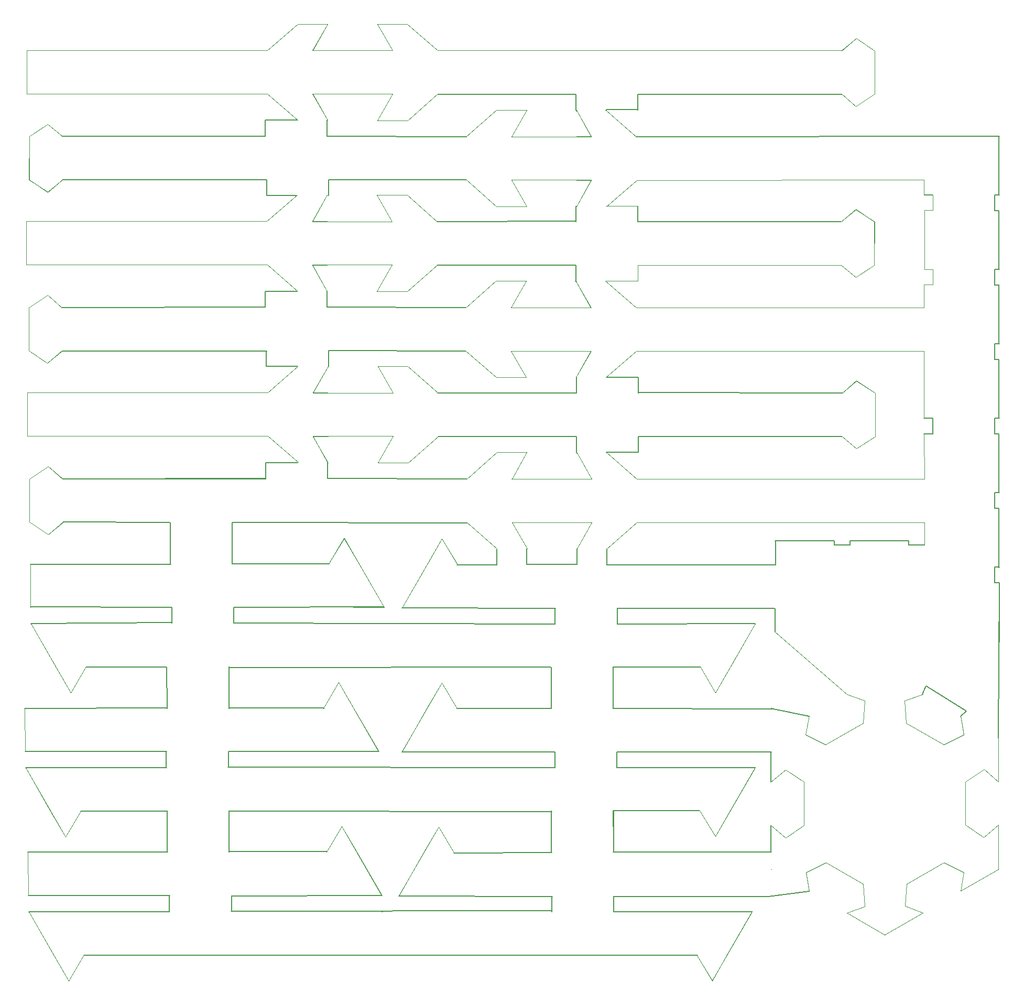
<source format=gbr>
G04 #@! TF.FileFunction,Profile,NP*
%FSLAX46Y46*%
G04 Gerber Fmt 4.6, Leading zero omitted, Abs format (unit mm)*
G04 Created by KiCad (PCBNEW 4.0.7) date 10/29/17 08:22:04*
%MOMM*%
%LPD*%
G01*
G04 APERTURE LIST*
%ADD10C,0.100000*%
%ADD11C,0.150000*%
G04 APERTURE END LIST*
D10*
X150418800Y-127635000D02*
X138861800Y-117551200D01*
X162991800Y-92837000D02*
X162941000Y-85547200D01*
X162966400Y-99898200D02*
X162966400Y-103530400D01*
X116535200Y-99872800D02*
X162966400Y-99898200D01*
X116484400Y-92862400D02*
X162991800Y-92837000D01*
X162941000Y-72161400D02*
X116408200Y-72186800D01*
X162941000Y-83007200D02*
X162941000Y-72161400D01*
X116484400Y-44551600D02*
X162941000Y-44526200D01*
X162941000Y-61468000D02*
X164338000Y-61468000D01*
X116662200Y-60807600D02*
X116662200Y-58293000D01*
X111429800Y-60807600D02*
X116662200Y-60807600D01*
X116382800Y-65176400D02*
X111429800Y-60807600D01*
X162941000Y-65151000D02*
X116382800Y-65176400D01*
X162941000Y-61493400D02*
X162941000Y-65151000D01*
X164338000Y-61468000D02*
X164338000Y-58978800D01*
X162966400Y-58978800D02*
X164338000Y-58978800D01*
X164338000Y-49428400D02*
X162966400Y-49428400D01*
X164338000Y-46964600D02*
X164338000Y-49428400D01*
D11*
X116433600Y-37515800D02*
X175056800Y-37439600D01*
X87503000Y-129921000D02*
X102717600Y-129921000D01*
D10*
X162941000Y-44526200D02*
X162941000Y-46939200D01*
D11*
X138861800Y-115011600D02*
X138861800Y-117551600D01*
X163271200Y-126314200D02*
X162661600Y-127635000D01*
X169773600Y-130352800D02*
X163271200Y-126314200D01*
X168833800Y-131191000D02*
X169773600Y-130352800D01*
X174955200Y-134696200D02*
X175082200Y-109702600D01*
X138836400Y-113715800D02*
X138836400Y-114909600D01*
X138912600Y-102793800D02*
X138912600Y-106730800D01*
X111658400Y-106730800D02*
X138912600Y-106730800D01*
X113360200Y-113715800D02*
X138811000Y-113715800D01*
X138887200Y-102844600D02*
X148412200Y-102844600D01*
X148387200Y-103530400D02*
X150927200Y-103530400D01*
X148386800Y-103530400D02*
X148386800Y-102819200D01*
X150926800Y-103505000D02*
X150926800Y-102819200D01*
X148386800Y-103505000D02*
X148386800Y-102793800D01*
X160426400Y-103505000D02*
X160426400Y-102793800D01*
X160426800Y-103505000D02*
X162966800Y-103505000D01*
X150926800Y-102819200D02*
X160451800Y-102819200D01*
X175056800Y-109626400D02*
X175056800Y-119151400D01*
X174371000Y-107086400D02*
X175082200Y-107086400D01*
X174371000Y-109626400D02*
X175056800Y-109626400D01*
X174345600Y-49453800D02*
X175031400Y-49453800D01*
X174345600Y-46913800D02*
X175056800Y-46913800D01*
X162966400Y-46964600D02*
X164312600Y-46964600D01*
X174345600Y-58953400D02*
X175056800Y-58953400D01*
X175031400Y-37414200D02*
X175031400Y-46939200D01*
X174345600Y-46914200D02*
X174345600Y-49454200D01*
X174345600Y-58953800D02*
X174345600Y-61493800D01*
D10*
X162966400Y-58978800D02*
X162966400Y-49453800D01*
D11*
X175031400Y-49453800D02*
X175031400Y-58978800D01*
X175031400Y-61493400D02*
X174371000Y-61493400D01*
X175031400Y-85547200D02*
X174371000Y-85547200D01*
X162941000Y-85521800D02*
X164338000Y-85521800D01*
X175031400Y-73507600D02*
X175031400Y-83032600D01*
X174345600Y-83007600D02*
X174345600Y-85547600D01*
X164338000Y-83007600D02*
X164338000Y-85547600D01*
X174345600Y-70968000D02*
X174345600Y-73508000D01*
X175031400Y-61468000D02*
X175031400Y-70993000D01*
X164338000Y-83007200D02*
X162941000Y-83007200D01*
X174345600Y-83007200D02*
X175056800Y-83007200D01*
X174345600Y-70967600D02*
X175056800Y-70967600D01*
X174345600Y-73507600D02*
X175031400Y-73507600D01*
X174345600Y-97586800D02*
X175031400Y-97586800D01*
X174345600Y-95046800D02*
X175056800Y-95046800D01*
X174345600Y-107086400D02*
X175056800Y-107086400D01*
X175031400Y-85547200D02*
X175031400Y-95072200D01*
X174345600Y-95047200D02*
X174345600Y-97587200D01*
X138176000Y-153162000D02*
X138176000Y-148767800D01*
X144322800Y-159435800D02*
X137744200Y-160324800D01*
X112699800Y-153162000D02*
X138226800Y-153162000D01*
X112699800Y-129895600D02*
X138252200Y-129997200D01*
X138150600Y-141782800D02*
X138150600Y-136931400D01*
X138201400Y-129946400D02*
X144322800Y-131191000D01*
X112826800Y-160299400D02*
X137845800Y-160299400D01*
X113309400Y-136982200D02*
X138277600Y-136982200D01*
X98704400Y-106680000D02*
X106832400Y-106680000D01*
X87503000Y-106756200D02*
X93903800Y-106756200D01*
X111683800Y-104089200D02*
X111683800Y-106730800D01*
X98704400Y-104140000D02*
X98704400Y-106680000D01*
X18542000Y-106629200D02*
X41249600Y-106654600D01*
X51181000Y-106527600D02*
X66776600Y-106553000D01*
X106832400Y-104140400D02*
X106832400Y-106680400D01*
X98755200Y-104114600D02*
X98729800Y-104114600D01*
X23774400Y-99822000D02*
X41071800Y-99872800D01*
X27203400Y-169773600D02*
X126314200Y-169799000D01*
X50977800Y-162687000D02*
X102768400Y-162610800D01*
X78079600Y-160248600D02*
X102844600Y-160324800D01*
X112826800Y-162788600D02*
X135153400Y-162788600D01*
X112674400Y-123240800D02*
X126847600Y-123240800D01*
X50596800Y-146532600D02*
X102768400Y-146634200D01*
X50495200Y-139395200D02*
X103327200Y-139522200D01*
X86969600Y-153263600D02*
X102768400Y-153212800D01*
X126669800Y-146456400D02*
X112725200Y-146456400D01*
X113360200Y-139496800D02*
X135636000Y-139522200D01*
X103327200Y-136931400D02*
X78536800Y-136931400D01*
X50647600Y-123291600D02*
X102641400Y-123266200D01*
X51384200Y-116154200D02*
X103327200Y-116255800D01*
X103352600Y-113715800D02*
X78536800Y-113639600D01*
X135661400Y-116205000D02*
X113334800Y-116281200D01*
D10*
X68363258Y-125713149D02*
X65856609Y-129898045D01*
X74799725Y-136874482D02*
X68363258Y-125713149D01*
X69870624Y-136910530D02*
X74799725Y-136874482D01*
X68338552Y-125716904D02*
X70777648Y-129910026D01*
X65860829Y-129911796D02*
X68338552Y-125716904D01*
X17679936Y-136893607D02*
X17642723Y-129929153D01*
X70777648Y-129910026D02*
X74812283Y-136898220D01*
X21779952Y-146492774D02*
X17745317Y-139504580D01*
X26696771Y-146491004D02*
X24219048Y-150685896D01*
X24219048Y-150685896D02*
X21779952Y-146492774D01*
X22686976Y-139492270D02*
X17757875Y-139528318D01*
X17757875Y-139528318D02*
X24194342Y-150689651D01*
X24194342Y-150689651D02*
X26700991Y-146504755D01*
D11*
X50520600Y-136906400D02*
X50520600Y-139446400D01*
X40513000Y-136906400D02*
X40513000Y-139446400D01*
X41376600Y-113589200D02*
X41376600Y-116129200D01*
X51384200Y-113589200D02*
X51384200Y-116129200D01*
D10*
X25057942Y-127372451D02*
X27564591Y-123187555D01*
X18621475Y-116211118D02*
X25057942Y-127372451D01*
X23550576Y-116175070D02*
X18621475Y-116211118D01*
X25082648Y-127368696D02*
X22643552Y-123175574D01*
X27560371Y-123173804D02*
X25082648Y-127368696D01*
X22643552Y-123175574D02*
X18608917Y-116187380D01*
X71641248Y-106592826D02*
X75675883Y-113581020D01*
X18543536Y-113576407D02*
X18506323Y-106611953D01*
X66724429Y-106594596D02*
X69202152Y-102399704D01*
X69202152Y-102399704D02*
X71641248Y-106592826D01*
X70734224Y-113593330D02*
X75663325Y-113557282D01*
X75663325Y-113557282D02*
X69226858Y-102395949D01*
X69226858Y-102395949D02*
X66720209Y-106580845D01*
D11*
X41021000Y-160147400D02*
X41021000Y-162687400D01*
X51028600Y-160147400D02*
X51028600Y-162687400D01*
D10*
X24702342Y-173930651D02*
X27208991Y-169745755D01*
X18265875Y-162769318D02*
X24702342Y-173930651D01*
X23194976Y-162733270D02*
X18265875Y-162769318D01*
X24727048Y-173926896D02*
X22287952Y-169733774D01*
X27204771Y-169732004D02*
X24727048Y-173926896D01*
X22287952Y-169733774D02*
X18253317Y-162745580D01*
X71285648Y-153151026D02*
X75320283Y-160139220D01*
X18187936Y-160134607D02*
X18150723Y-153170153D01*
X66368829Y-153152796D02*
X68846552Y-148957904D01*
X68846552Y-148957904D02*
X71285648Y-153151026D01*
X70378624Y-160151530D02*
X75307725Y-160115482D01*
X75307725Y-160115482D02*
X68871258Y-148954149D01*
X68871258Y-148954149D02*
X66364609Y-153139045D01*
D11*
X50647600Y-146456800D02*
X50647600Y-148996800D01*
X40640000Y-146456800D02*
X40640000Y-148996800D01*
X50673000Y-150597000D02*
X50673000Y-153137000D01*
X40665400Y-150597000D02*
X40665400Y-153137000D01*
X50673000Y-153136600D02*
X50673000Y-146431000D01*
X50673000Y-146431000D02*
X50673000Y-146507200D01*
X40665400Y-153136600D02*
X40640000Y-146481800D01*
X50673000Y-153035000D02*
X66471800Y-153035000D01*
X18161000Y-153162000D02*
X40690800Y-153136600D01*
X40665400Y-146481800D02*
X26670000Y-146481800D01*
X41021000Y-162737800D02*
X18313400Y-162763200D01*
X41071800Y-160172400D02*
X18186400Y-160172400D01*
X17754600Y-139522200D02*
X40538400Y-139471400D01*
X17703800Y-136855200D02*
X40589200Y-136880600D01*
X74828400Y-136880600D02*
X50571400Y-136906000D01*
X75438000Y-162737800D02*
X75387200Y-162763200D01*
X75311000Y-160121600D02*
X51054000Y-160197800D01*
X40614600Y-129895600D02*
X40589200Y-123240800D01*
X50622200Y-123190000D02*
X50622200Y-123266200D01*
X50622200Y-129895600D02*
X50622200Y-123190000D01*
X40614600Y-127356000D02*
X40614600Y-129896000D01*
X50622200Y-127356000D02*
X50622200Y-129896000D01*
X40589200Y-123215800D02*
X40589200Y-125755800D01*
X50596800Y-123215800D02*
X50596800Y-125755800D01*
X50622200Y-129844800D02*
X65938400Y-129870200D01*
X65938400Y-129870200D02*
X65938400Y-129895600D01*
X65938400Y-129895600D02*
X65913000Y-129870200D01*
X51409600Y-113563400D02*
X75692000Y-113538000D01*
X17653000Y-129921000D02*
X40640000Y-129844800D01*
X40589200Y-123266200D02*
X27508200Y-123240800D01*
X41427400Y-116078000D02*
X18669000Y-116179600D01*
X18516600Y-113538000D02*
X41376600Y-113563400D01*
X93903800Y-104191200D02*
X93903800Y-106731200D01*
X174345600Y-107086800D02*
X174345600Y-109626800D01*
X89077800Y-99923600D02*
X51181000Y-99898200D01*
X41173400Y-106578400D02*
X41148000Y-99923600D01*
X51181000Y-99872800D02*
X51181000Y-99949000D01*
X51181000Y-106578400D02*
X51181000Y-99872800D01*
X41173400Y-104038800D02*
X41173400Y-106578800D01*
X51181000Y-104038800D02*
X51181000Y-106578800D01*
X41148000Y-99898600D02*
X41148000Y-102438600D01*
X51155600Y-99898600D02*
X51155600Y-102438600D01*
X102743000Y-153111200D02*
X102717600Y-146456400D01*
X112750600Y-146405600D02*
X112750600Y-146481800D01*
X112750600Y-153111200D02*
X112750600Y-146405600D01*
X102743000Y-150571600D02*
X102743000Y-153111600D01*
X112750600Y-150571600D02*
X112750600Y-153111600D01*
X102717600Y-146431400D02*
X102717600Y-148971400D01*
X112725200Y-146431400D02*
X112725200Y-148971400D01*
D10*
X126696584Y-146407874D02*
X129187734Y-150618471D01*
X129187734Y-150618471D02*
X135630900Y-139463795D01*
X135630900Y-139463795D02*
X130716583Y-139445032D01*
X131608147Y-146431960D02*
X135642782Y-139443767D01*
X126691328Y-146430191D02*
X129169051Y-150625082D01*
X129169051Y-150625082D02*
X131608147Y-146431960D01*
D11*
X103314500Y-136969900D02*
X103314500Y-139509900D01*
X113322100Y-136969900D02*
X113322100Y-139509900D01*
D10*
X85016449Y-125739618D02*
X82577353Y-129932740D01*
X87494172Y-129934509D02*
X85016449Y-125739618D01*
X82577353Y-129932740D02*
X78542718Y-136920933D01*
X78554600Y-136900905D02*
X83468917Y-136919668D01*
X84997766Y-125746229D02*
X78554600Y-136900905D01*
X87488916Y-129956826D02*
X84997766Y-125746229D01*
D11*
X102717600Y-129895600D02*
X102692200Y-123240800D01*
X112725200Y-123190000D02*
X112725200Y-123266200D01*
X112725200Y-129895600D02*
X112725200Y-123190000D01*
X102717600Y-127356000D02*
X102717600Y-129896000D01*
X112725200Y-127356000D02*
X112725200Y-129896000D01*
X102692200Y-123215800D02*
X102692200Y-125755800D01*
X112699800Y-123215800D02*
X112699800Y-125755800D01*
D10*
X86980916Y-153248626D02*
X84489766Y-149038029D01*
X84489766Y-149038029D02*
X78046600Y-160192705D01*
X78046600Y-160192705D02*
X82960917Y-160211468D01*
X82069353Y-153224540D02*
X78034718Y-160212733D01*
X86986172Y-153226309D02*
X84508449Y-149031418D01*
X84508449Y-149031418D02*
X82069353Y-153224540D01*
D11*
X112814100Y-160261700D02*
X112814100Y-162801700D01*
X102806500Y-160261700D02*
X102806500Y-162801700D01*
D10*
X128661051Y-173916882D02*
X131100147Y-169723760D01*
X126183328Y-169721991D02*
X128661051Y-173916882D01*
X131100147Y-169723760D02*
X135134782Y-162735567D01*
X135122900Y-162755595D02*
X130208583Y-162736832D01*
X128679734Y-173910271D02*
X135122900Y-162755595D01*
X126188584Y-169699674D02*
X128679734Y-173910271D01*
X126721984Y-123141474D02*
X129213134Y-127352071D01*
X129213134Y-127352071D02*
X135656300Y-116197395D01*
X135656300Y-116197395D02*
X130741983Y-116178632D01*
X131633547Y-123165560D02*
X135668182Y-116177367D01*
X126716728Y-123163791D02*
X129194451Y-127358682D01*
X129194451Y-127358682D02*
X131633547Y-123165560D01*
D11*
X103339900Y-113703500D02*
X103339900Y-116243500D01*
X113347500Y-113703500D02*
X113347500Y-116243500D01*
X106654600Y-51206400D02*
X84251800Y-51231800D01*
X116662200Y-51231800D02*
X149555200Y-51257200D01*
D10*
X116662200Y-48717200D02*
X111607600Y-48717200D01*
D11*
X106781600Y-78917800D02*
X84353400Y-78943200D01*
X66751200Y-44475400D02*
X89001600Y-44500800D01*
X56718200Y-47015400D02*
X61595000Y-47015400D01*
X56667400Y-74650600D02*
X61747400Y-74650600D01*
X116789200Y-78892400D02*
X149758400Y-78943200D01*
X111607600Y-76377800D02*
X116789200Y-76377800D01*
X66725800Y-72136000D02*
X88900000Y-72161400D01*
X23774400Y-92811600D02*
X56591200Y-92837000D01*
X23647400Y-72161400D02*
X56718200Y-72161400D01*
X23622000Y-65125600D02*
X56489600Y-65100200D01*
X23723600Y-44500800D02*
X56743600Y-44526200D01*
X106629200Y-60807600D02*
X106730800Y-61010800D01*
D10*
X116662200Y-58293000D02*
X149580600Y-58293000D01*
D11*
X84277200Y-58293000D02*
X106654600Y-58318400D01*
X88925400Y-65151000D02*
X66446400Y-65100200D01*
X23647400Y-65125600D02*
X56464200Y-65100200D01*
X56464200Y-62509400D02*
X61620400Y-62509400D01*
X106654600Y-51231400D02*
X106654600Y-48691400D01*
X116662200Y-51231400D02*
X116662200Y-48691400D01*
X66687700Y-72123700D02*
X66687700Y-74663700D01*
X56680100Y-72123700D02*
X56680100Y-74663700D01*
X56451500Y-62522500D02*
X56451500Y-65062500D01*
X66459100Y-62522500D02*
X66459100Y-65062500D01*
D10*
X109108276Y-72187979D02*
X104257378Y-72172221D01*
X106714255Y-76431196D02*
X109108276Y-72187979D01*
X104257378Y-72172221D02*
X96188107Y-72172221D01*
X21302299Y-63117801D02*
X23642299Y-65137801D01*
X18292298Y-65117801D02*
X21302299Y-63117801D01*
X18282298Y-72117802D02*
X18292298Y-65117801D01*
X21292299Y-74117802D02*
X18282298Y-72117802D01*
X23652304Y-72137802D02*
X21292299Y-74117802D01*
X93792300Y-76427802D02*
X88920482Y-72171020D01*
X98652302Y-76437802D02*
X93792300Y-76427802D01*
X96211393Y-72172497D02*
X98652302Y-76437802D01*
X109093209Y-72175105D02*
X96211393Y-72172497D01*
X106692300Y-76437802D02*
X109093209Y-72175105D01*
X116420482Y-72176589D02*
X111552303Y-76427802D01*
X109093201Y-65161071D02*
X106722300Y-60897801D01*
X96208970Y-65154548D02*
X109093201Y-65161071D01*
X98642302Y-60867797D02*
X96208970Y-65154548D01*
X93752302Y-60867797D02*
X98642302Y-60867797D01*
X88922302Y-65137797D02*
X93752302Y-60867797D01*
X21302299Y-63117801D02*
X23622299Y-65117801D01*
X18292298Y-65117801D02*
X21302299Y-63117801D01*
X18292298Y-72117802D02*
X18292298Y-65117801D01*
X21292299Y-74137802D02*
X18292298Y-72117802D01*
X23652304Y-72157802D02*
X21292299Y-74137802D01*
X109102302Y-65137797D02*
X104251404Y-65153555D01*
X106708281Y-60894580D02*
X109102302Y-65137797D01*
X104251404Y-65153555D02*
X96182133Y-65153555D01*
D11*
X106654600Y-60832600D02*
X106654600Y-58292600D01*
D10*
X64081624Y-51217921D02*
X68932522Y-51233679D01*
X66475645Y-46974704D02*
X64081624Y-51217921D01*
X68932522Y-51233679D02*
X77001793Y-51233679D01*
X151887601Y-60288099D02*
X149547601Y-58268099D01*
X154897602Y-58288099D02*
X151887601Y-60288099D01*
X154907602Y-51288098D02*
X154897602Y-58288099D01*
X151897601Y-49288098D02*
X154907602Y-51288098D01*
X149537596Y-51268098D02*
X151897601Y-49288098D01*
X79397600Y-46978098D02*
X84269418Y-51234880D01*
X74537598Y-46968098D02*
X79397600Y-46978098D01*
X76978507Y-51233403D02*
X74537598Y-46968098D01*
X64096691Y-51230795D02*
X76978507Y-51233403D01*
X66497600Y-46968098D02*
X64096691Y-51230795D01*
X56769418Y-51229311D02*
X61637597Y-46978098D01*
X17887597Y-51221436D02*
X56769418Y-51229311D01*
X17887597Y-58221436D02*
X17887597Y-51221436D01*
X56797599Y-58238099D02*
X17887597Y-58221436D01*
X61647599Y-62488099D02*
X56797599Y-58238099D01*
X64096699Y-58244829D02*
X66467600Y-62508099D01*
X76980930Y-58251352D02*
X64096699Y-58244829D01*
X74547598Y-62538103D02*
X76980930Y-58251352D01*
X79437598Y-62538103D02*
X74547598Y-62538103D01*
X84267598Y-58268103D02*
X79437598Y-62538103D01*
X151887601Y-60288099D02*
X149567601Y-58288099D01*
X154897602Y-58288099D02*
X151887601Y-60288099D01*
X154897602Y-51288098D02*
X154897602Y-58288099D01*
X151897601Y-49268098D02*
X154897602Y-51288098D01*
X149537596Y-51248098D02*
X151897601Y-49268098D01*
X64087598Y-58268103D02*
X68938496Y-58252345D01*
X66481619Y-62511320D02*
X64087598Y-58268103D01*
X68938496Y-58252345D02*
X77007767Y-58252345D01*
X69065496Y-85938345D02*
X77134767Y-85938345D01*
X66608619Y-90197320D02*
X64214598Y-85954103D01*
X64214598Y-85954103D02*
X69065496Y-85938345D01*
X149664596Y-78934098D02*
X152024601Y-76954098D01*
X152024601Y-76954098D02*
X155024602Y-78974098D01*
X155024602Y-78974098D02*
X155024602Y-85974099D01*
X155024602Y-85974099D02*
X152014601Y-87974099D01*
X152014601Y-87974099D02*
X149694601Y-85974099D01*
X84394598Y-85954103D02*
X79564598Y-90224103D01*
X79564598Y-90224103D02*
X74674598Y-90224103D01*
X74674598Y-90224103D02*
X77107930Y-85937352D01*
X77107930Y-85937352D02*
X64223699Y-85930829D01*
X64223699Y-85930829D02*
X66594600Y-90194099D01*
X61774599Y-90174099D02*
X56924599Y-85924099D01*
X56924599Y-85924099D02*
X18014597Y-85907436D01*
X18014597Y-85907436D02*
X18014597Y-78907436D01*
X18014597Y-78907436D02*
X56896418Y-78915311D01*
X56896418Y-78915311D02*
X61764597Y-74664098D01*
X66624600Y-74654098D02*
X64223691Y-78916795D01*
X64223691Y-78916795D02*
X77105507Y-78919403D01*
X77105507Y-78919403D02*
X74664598Y-74654098D01*
X74664598Y-74654098D02*
X79524600Y-74664098D01*
X79524600Y-74664098D02*
X84396418Y-78920880D01*
X149664596Y-78954098D02*
X152024601Y-76974098D01*
X152024601Y-76974098D02*
X155034602Y-78974098D01*
X155034602Y-78974098D02*
X155024602Y-85974099D01*
X155024602Y-85974099D02*
X152014601Y-87974099D01*
X152014601Y-87974099D02*
X149674601Y-85954099D01*
X69059522Y-78919679D02*
X77128793Y-78919679D01*
X66602645Y-74660704D02*
X64208624Y-78903921D01*
X64208624Y-78903921D02*
X69059522Y-78919679D01*
D11*
X106781600Y-88518600D02*
X106781600Y-85978600D01*
X116789200Y-88518600D02*
X116789200Y-85978600D01*
D10*
X104378404Y-92839555D02*
X96309133Y-92839555D01*
X106835281Y-88580580D02*
X109229302Y-92823797D01*
X109229302Y-92823797D02*
X104378404Y-92839555D01*
X23779304Y-99843802D02*
X21419299Y-101823802D01*
X21419299Y-101823802D02*
X18419298Y-99803802D01*
X18419298Y-99803802D02*
X18419298Y-92803801D01*
X18419298Y-92803801D02*
X21429299Y-90803801D01*
X21429299Y-90803801D02*
X23749299Y-92803801D01*
X89049302Y-92823797D02*
X93879302Y-88553797D01*
X93879302Y-88553797D02*
X98769302Y-88553797D01*
X98769302Y-88553797D02*
X96335970Y-92840548D01*
X96335970Y-92840548D02*
X109220201Y-92847071D01*
X109220201Y-92847071D02*
X106849300Y-88583801D01*
X111669301Y-88603801D02*
X116519301Y-92853801D01*
X116547482Y-99862589D02*
X111679303Y-104113802D01*
X106819300Y-104123802D02*
X109220209Y-99861105D01*
X109220209Y-99861105D02*
X96338393Y-99858497D01*
X96338393Y-99858497D02*
X98779302Y-104123802D01*
X93919300Y-104113802D02*
X89047482Y-99857020D01*
X23779304Y-99823802D02*
X21419299Y-101803802D01*
X21419299Y-101803802D02*
X18409298Y-99803802D01*
X18409298Y-99803802D02*
X18419298Y-92803801D01*
X18419298Y-92803801D02*
X21429299Y-90803801D01*
X21429299Y-90803801D02*
X23769299Y-92823801D01*
X104384378Y-99858221D02*
X96315107Y-99858221D01*
X106841255Y-104117196D02*
X109235276Y-99873979D01*
X109235276Y-99873979D02*
X104384378Y-99858221D01*
D11*
X66586100Y-90208500D02*
X66586100Y-92748500D01*
X56578500Y-90208500D02*
X56578500Y-92748500D01*
X116789200Y-78917400D02*
X116789200Y-76377400D01*
X106781600Y-78917400D02*
X106781600Y-76377400D01*
X56591200Y-90195400D02*
X61747400Y-90195400D01*
X23774400Y-92811600D02*
X56591200Y-92786200D01*
X89052400Y-92837000D02*
X66573400Y-92786200D01*
X84404200Y-85979000D02*
X106781600Y-86004400D01*
X116789200Y-85979000D02*
X149707600Y-85979000D01*
X116789200Y-88493600D02*
X111633000Y-88493600D01*
X111582200Y-88519000D02*
X111709200Y-88620600D01*
X106756200Y-88493600D02*
X106857800Y-88696800D01*
X106680000Y-33172400D02*
X106781600Y-33375600D01*
X111506000Y-33197800D02*
X111633000Y-33299400D01*
X116713000Y-33172400D02*
X111556800Y-33172400D01*
X116713000Y-30657800D02*
X149631400Y-30657800D01*
X84328000Y-30657800D02*
X106705400Y-30683200D01*
X88976200Y-37515800D02*
X66497200Y-37465000D01*
X23698200Y-37490400D02*
X56515000Y-37465000D01*
X56515000Y-34874200D02*
X61671200Y-34874200D01*
X66738500Y-44488500D02*
X66738500Y-47028500D01*
X56730900Y-44488500D02*
X56730900Y-47028500D01*
X56502300Y-34887300D02*
X56502300Y-37427300D01*
X66509900Y-34887300D02*
X66509900Y-37427300D01*
D10*
X109159076Y-44552779D02*
X104308178Y-44537021D01*
X106765055Y-48795996D02*
X109159076Y-44552779D01*
X104308178Y-44537021D02*
X96238907Y-44537021D01*
X21353099Y-35482601D02*
X23693099Y-37502601D01*
X18343098Y-37482601D02*
X21353099Y-35482601D01*
X18333098Y-44482602D02*
X18343098Y-37482601D01*
X21343099Y-46482602D02*
X18333098Y-44482602D01*
X23703104Y-44502602D02*
X21343099Y-46482602D01*
X93843100Y-48792602D02*
X88971282Y-44535820D01*
X98703102Y-48802602D02*
X93843100Y-48792602D01*
X96262193Y-44537297D02*
X98703102Y-48802602D01*
X109144009Y-44539905D02*
X96262193Y-44537297D01*
X106743100Y-48802602D02*
X109144009Y-44539905D01*
X116471282Y-44541389D02*
X111603103Y-48792602D01*
X111593101Y-33282601D02*
X116443101Y-37532601D01*
X109144001Y-37525871D02*
X106773100Y-33262601D01*
X96259770Y-37519348D02*
X109144001Y-37525871D01*
X98693102Y-33232597D02*
X96259770Y-37519348D01*
X93803102Y-33232597D02*
X98693102Y-33232597D01*
X88973102Y-37502597D02*
X93803102Y-33232597D01*
X21353099Y-35482601D02*
X23673099Y-37482601D01*
X18343098Y-37482601D02*
X21353099Y-35482601D01*
X18343098Y-44482602D02*
X18343098Y-37482601D01*
X21343099Y-46502602D02*
X18343098Y-44482602D01*
X23703104Y-44522602D02*
X21343099Y-46502602D01*
X109153102Y-37502597D02*
X104302204Y-37518355D01*
X106759081Y-33259380D02*
X109153102Y-37502597D01*
X104302204Y-37518355D02*
X96232933Y-37518355D01*
D11*
X116713000Y-33197400D02*
X116713000Y-30657400D01*
X106705400Y-33197400D02*
X106705400Y-30657400D01*
D10*
X85041849Y-102473218D02*
X82602753Y-106666340D01*
X87519572Y-106668109D02*
X85041849Y-102473218D01*
X82602753Y-106666340D02*
X78568118Y-113654533D01*
X78580000Y-113634505D02*
X83494317Y-113653268D01*
X85023166Y-102479829D02*
X78580000Y-113634505D01*
X87514316Y-106690426D02*
X85023166Y-102479829D01*
X64132424Y-23582721D02*
X68983322Y-23598479D01*
X66526445Y-19339504D02*
X64132424Y-23582721D01*
X68983322Y-23598479D02*
X77052593Y-23598479D01*
X151938401Y-32652899D02*
X149598401Y-30632899D01*
X154948402Y-30652899D02*
X151938401Y-32652899D01*
X154958402Y-23652898D02*
X154948402Y-30652899D01*
X151948401Y-21652898D02*
X154958402Y-23652898D01*
X149588396Y-23632898D02*
X151948401Y-21652898D01*
X84320218Y-23599680D02*
X149588396Y-23612898D01*
X79448400Y-19342898D02*
X84320218Y-23599680D01*
X74588398Y-19332898D02*
X79448400Y-19342898D01*
X77029307Y-23598203D02*
X74588398Y-19332898D01*
X64147491Y-23595595D02*
X77029307Y-23598203D01*
X66548400Y-19332898D02*
X64147491Y-23595595D01*
X61688397Y-19342898D02*
X66548400Y-19332898D01*
X56820218Y-23594111D02*
X61688397Y-19342898D01*
X17938397Y-23586236D02*
X56820218Y-23594111D01*
X17938397Y-30586236D02*
X17938397Y-23586236D01*
X56848399Y-30602899D02*
X17938397Y-30586236D01*
X61698399Y-34852899D02*
X56848399Y-30602899D01*
X64147499Y-30609629D02*
X66518400Y-34872899D01*
X77031730Y-30616152D02*
X64147499Y-30609629D01*
X74598398Y-34902903D02*
X77031730Y-30616152D01*
X79488398Y-34902903D02*
X74598398Y-34902903D01*
X84318398Y-30632903D02*
X79488398Y-34902903D01*
X151938401Y-32652899D02*
X149618401Y-30652899D01*
X154948402Y-30652899D02*
X151938401Y-32652899D01*
X154948402Y-23652898D02*
X154948402Y-30652899D01*
X151948401Y-21632898D02*
X154948402Y-23652898D01*
X149588396Y-23612898D02*
X151948401Y-21632898D01*
X64138398Y-30632903D02*
X68989296Y-30617145D01*
X66532419Y-34876120D02*
X64138398Y-30632903D01*
X68989296Y-30617145D02*
X77058567Y-30617145D01*
X138183796Y-141773698D02*
X140543801Y-139793698D01*
X140543801Y-139793698D02*
X143543802Y-141813698D01*
X143543802Y-141813698D02*
X143543802Y-148813699D01*
X143543802Y-148813699D02*
X140533801Y-150813699D01*
X140533801Y-150813699D02*
X138213801Y-148813699D01*
X138183796Y-141793698D02*
X140543801Y-139813698D01*
X140543801Y-139813698D02*
X143553802Y-141813698D01*
X143553802Y-141813698D02*
X143543802Y-148813699D01*
X143543802Y-148813699D02*
X140533801Y-150813699D01*
X140533801Y-150813699D02*
X138193801Y-148793699D01*
X150419456Y-127640463D02*
X153314189Y-128694287D01*
X153314189Y-128694287D02*
X153087139Y-132301023D01*
X153087139Y-132301023D02*
X147019961Y-135792363D01*
X147019961Y-135792363D02*
X143782910Y-134185627D01*
X143782910Y-134185627D02*
X144362281Y-131149127D01*
X174955099Y-155818964D02*
X174945094Y-155878965D01*
X174945094Y-155878965D02*
X174955099Y-148758964D01*
X174955099Y-148758964D02*
X172595094Y-150738964D01*
X172595094Y-150738964D02*
X169585094Y-148738964D01*
X169585094Y-148738964D02*
X169595094Y-141738964D01*
X169595094Y-141738964D02*
X172605094Y-139738964D01*
X172605094Y-139738964D02*
X174945094Y-141758964D01*
X174945094Y-141758964D02*
X174955099Y-134658964D01*
X138242444Y-155925912D02*
X138195484Y-155887247D01*
X144356583Y-159455912D02*
X143821855Y-156422088D01*
X143821855Y-156422088D02*
X147058906Y-154815352D01*
X147058906Y-154815352D02*
X153116084Y-158324012D01*
X153116084Y-158324012D02*
X153343135Y-161930748D01*
X153343135Y-161930748D02*
X150423764Y-162947248D01*
X150423764Y-162947248D02*
X156567542Y-166505913D01*
X174908894Y-134661586D02*
X174955853Y-134700251D01*
X168794754Y-131131586D02*
X169329482Y-134165410D01*
X169329482Y-134165410D02*
X166092431Y-135772147D01*
X166092431Y-135772147D02*
X160035253Y-132263486D01*
X160035253Y-132263486D02*
X159808202Y-128656750D01*
X159808202Y-128656750D02*
X162727574Y-127640250D01*
X156627130Y-166465091D02*
X156570165Y-166486426D01*
X156570165Y-166486426D02*
X162741270Y-162935091D01*
X162741270Y-162935091D02*
X159846537Y-161881267D01*
X159846537Y-161881267D02*
X160073588Y-158274530D01*
X160073588Y-158274530D02*
X166140766Y-154783190D01*
X166140766Y-154783190D02*
X169377817Y-156389927D01*
X169377817Y-156389927D02*
X168798445Y-159426426D01*
X168798445Y-159426426D02*
X174952228Y-155885091D01*
D11*
X175031400Y-97586800D02*
X175031400Y-107111800D01*
M02*

</source>
